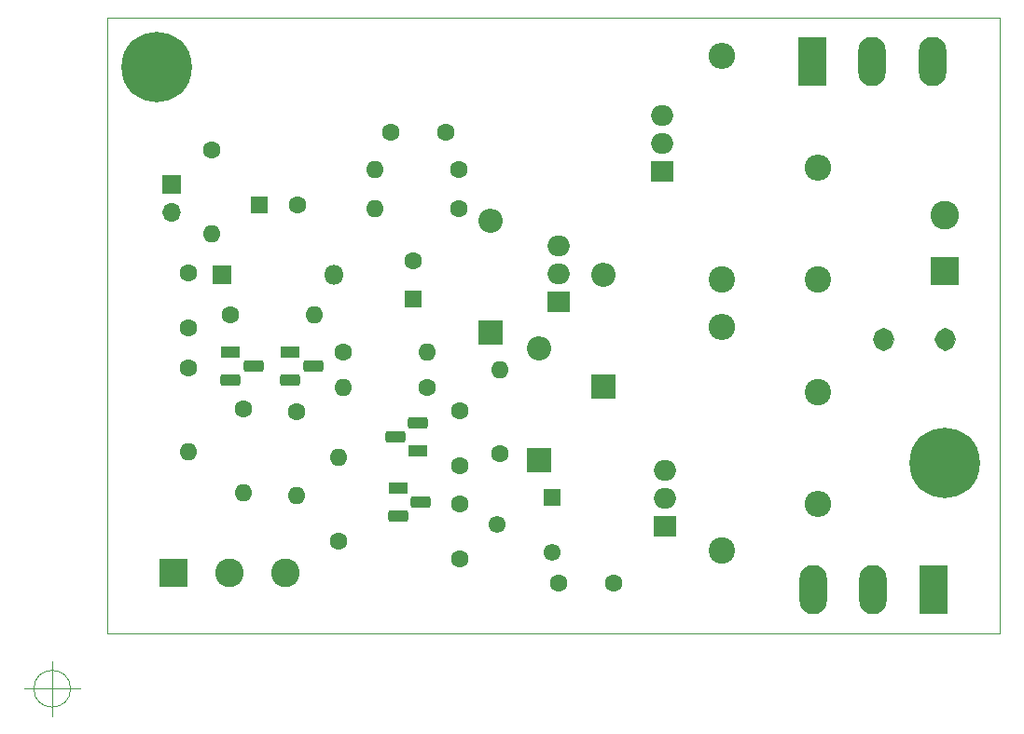
<source format=gbr>
%TF.GenerationSoftware,KiCad,Pcbnew,8.0.3-8.0.3-0~ubuntu22.04.1*%
%TF.CreationDate,2024-06-26T20:02:33-05:00*%
%TF.ProjectId,amplificador_200w,616d706c-6966-4696-9361-646f725f3230,v1.0.0*%
%TF.SameCoordinates,PX5cfbb60PY7d687e0*%
%TF.FileFunction,Soldermask,Bot*%
%TF.FilePolarity,Negative*%
%FSLAX46Y46*%
G04 Gerber Fmt 4.6, Leading zero omitted, Abs format (unit mm)*
G04 Created by KiCad (PCBNEW 8.0.3-8.0.3-0~ubuntu22.04.1) date 2024-06-26 20:02:33*
%MOMM*%
%LPD*%
G01*
G04 APERTURE LIST*
G04 Aperture macros list*
%AMRoundRect*
0 Rectangle with rounded corners*
0 $1 Rounding radius*
0 $2 $3 $4 $5 $6 $7 $8 $9 X,Y pos of 4 corners*
0 Add a 4 corners polygon primitive as box body*
4,1,4,$2,$3,$4,$5,$6,$7,$8,$9,$2,$3,0*
0 Add four circle primitives for the rounded corners*
1,1,$1+$1,$2,$3*
1,1,$1+$1,$4,$5*
1,1,$1+$1,$6,$7*
1,1,$1+$1,$8,$9*
0 Add four rect primitives between the rounded corners*
20,1,$1+$1,$2,$3,$4,$5,0*
20,1,$1+$1,$4,$5,$6,$7,0*
20,1,$1+$1,$6,$7,$8,$9,0*
20,1,$1+$1,$8,$9,$2,$3,0*%
G04 Aperture macros list end*
%ADD10C,0.100000*%
%ADD11C,1.600000*%
%ADD12R,1.600000X1.600000*%
%ADD13R,1.800000X1.800000*%
%ADD14O,1.800000X1.800000*%
%ADD15R,2.200000X2.200000*%
%ADD16O,2.200000X2.200000*%
%ADD17R,1.700000X1.700000*%
%ADD18O,1.700000X1.700000*%
%ADD19R,2.600000X2.600000*%
%ADD20C,2.600000*%
%ADD21R,1.800000X1.100000*%
%ADD22RoundRect,0.275000X-0.625000X0.275000X-0.625000X-0.275000X0.625000X-0.275000X0.625000X0.275000X0*%
%ADD23RoundRect,0.275000X0.625000X-0.275000X0.625000X0.275000X-0.625000X0.275000X-0.625000X-0.275000X0*%
%ADD24R,2.000000X1.905000*%
%ADD25O,2.000000X1.905000*%
%ADD26R,2.500000X4.500000*%
%ADD27O,2.500000X4.500000*%
%ADD28O,1.600000X1.600000*%
%ADD29C,2.400000*%
%ADD30O,2.400000X2.400000*%
%ADD31C,0.800000*%
%ADD32C,6.400000*%
%ADD33R,1.550000X1.550000*%
%ADD34C,1.550000*%
%TA.AperFunction,Profile*%
%ADD35C,0.050000*%
%TD*%
G04 APERTURE END LIST*
D10*
X76100000Y32500000D02*
X76400000Y31800000D01*
X76100000Y31100000D01*
X75400000Y30800000D01*
X74800000Y31100000D01*
X74500000Y31800000D01*
X74800000Y32500000D01*
X75400000Y32800000D01*
X76100000Y32500000D01*
G36*
X76100000Y32500000D02*
G01*
X76400000Y31800000D01*
X76100000Y31100000D01*
X75400000Y30800000D01*
X74800000Y31100000D01*
X74500000Y31800000D01*
X74800000Y32500000D01*
X75400000Y32800000D01*
X76100000Y32500000D01*
G37*
X81700000Y32500000D02*
X82000000Y31800000D01*
X81700000Y31100000D01*
X81000000Y30800000D01*
X80400000Y31100000D01*
X80100000Y31800000D01*
X80400000Y32500000D01*
X81000000Y32800000D01*
X81700000Y32500000D01*
G36*
X81700000Y32500000D02*
G01*
X82000000Y31800000D01*
X81700000Y31100000D01*
X81000000Y30800000D01*
X80400000Y31100000D01*
X80100000Y31800000D01*
X80400000Y32500000D01*
X81000000Y32800000D01*
X81700000Y32500000D01*
G37*
D11*
%TO.C,C1*%
X12400000Y32800000D03*
X12400000Y37800000D03*
%TD*%
D12*
%TO.C,C2*%
X18800000Y44000000D03*
D11*
X22300000Y44000000D03*
%TD*%
D12*
%TO.C,C3*%
X32800000Y35400000D03*
D11*
X32800000Y38900000D03*
%TD*%
%TO.C,C4*%
X37010000Y25270000D03*
X37010000Y20270000D03*
%TD*%
%TO.C,C6*%
X35700000Y50600000D03*
X30700000Y50600000D03*
%TD*%
%TO.C,C7*%
X46000000Y9600000D03*
X51000000Y9600000D03*
%TD*%
D13*
%TO.C,D1*%
X15400000Y37600000D03*
D14*
X25560000Y37600000D03*
%TD*%
D15*
%TO.C,D3*%
X50000000Y27500000D03*
D16*
X50000000Y37660000D03*
%TD*%
D15*
%TO.C,D4*%
X44200000Y20800000D03*
D16*
X44200000Y30960000D03*
%TD*%
D17*
%TO.C,J1*%
X10800000Y45800000D03*
D18*
X10800000Y43260000D03*
%TD*%
D19*
%TO.C,J2*%
X11000000Y10500000D03*
D20*
X16080000Y10500000D03*
X21160000Y10500000D03*
%TD*%
D19*
%TO.C,J3*%
X81000000Y38000000D03*
D20*
X81000000Y43080000D03*
%TD*%
D21*
%TO.C,Q1*%
X16200000Y30600000D03*
D22*
X18270000Y29330000D03*
X16200000Y28060000D03*
%TD*%
D21*
%TO.C,Q3*%
X33200000Y21600000D03*
D23*
X31130000Y22870000D03*
X33200000Y24140000D03*
%TD*%
D24*
%TO.C,Q5*%
X46000000Y35200000D03*
D25*
X46000000Y37740000D03*
X46000000Y40280000D03*
%TD*%
D24*
%TO.C,Q6*%
X55400000Y47000000D03*
D25*
X55400000Y49540000D03*
X55400000Y52080000D03*
%TD*%
D24*
%TO.C,Q7*%
X55600000Y14800000D03*
D25*
X55600000Y17340000D03*
X55600000Y19880000D03*
%TD*%
D26*
%TO.C,Q8*%
X69000000Y57000000D03*
D27*
X74450000Y57000000D03*
X79900000Y57000000D03*
%TD*%
D26*
%TO.C,Q9*%
X80000000Y9000000D03*
D27*
X74550000Y9000000D03*
X69100000Y9000000D03*
%TD*%
D11*
%TO.C,R2*%
X17400000Y25400000D03*
D28*
X17400000Y17780000D03*
%TD*%
D11*
%TO.C,R3*%
X14500000Y49000000D03*
D28*
X14500000Y41380000D03*
%TD*%
D11*
%TO.C,R4*%
X16200000Y34000000D03*
D28*
X23820000Y34000000D03*
%TD*%
D11*
%TO.C,R5*%
X22200000Y25200000D03*
D28*
X22200000Y17580000D03*
%TD*%
D11*
%TO.C,R6*%
X26400000Y30600000D03*
D28*
X34020000Y30600000D03*
%TD*%
D11*
%TO.C,R8*%
X36900000Y43600000D03*
D28*
X29280000Y43600000D03*
%TD*%
D11*
%TO.C,R9*%
X40600000Y21400000D03*
D28*
X40600000Y29020000D03*
%TD*%
D11*
%TO.C,R10*%
X26000000Y13400000D03*
D28*
X26000000Y21020000D03*
%TD*%
D11*
%TO.C,R11*%
X36900000Y47200000D03*
D28*
X29280000Y47200000D03*
%TD*%
D29*
%TO.C,R14*%
X60800000Y12600000D03*
D30*
X60800000Y32920000D03*
%TD*%
D29*
%TO.C,R15*%
X69500000Y37200000D03*
D30*
X69500000Y47360000D03*
%TD*%
D29*
%TO.C,R13*%
X60800000Y37200000D03*
D30*
X60800000Y57520000D03*
%TD*%
D21*
%TO.C,Q2*%
X21600000Y30600000D03*
D22*
X23670000Y29330000D03*
X21600000Y28060000D03*
%TD*%
D11*
%TO.C,C5*%
X36980000Y16820000D03*
X36980000Y11820000D03*
%TD*%
%TO.C,R7*%
X34000000Y27400000D03*
D28*
X26380000Y27400000D03*
%TD*%
D21*
%TO.C,Q4*%
X31400000Y18200000D03*
D22*
X33470000Y16930000D03*
X31400000Y15660000D03*
%TD*%
D29*
%TO.C,R16*%
X69500000Y27000000D03*
D30*
X69500000Y16840000D03*
%TD*%
D15*
%TO.C,D2*%
X39800000Y32400000D03*
D16*
X39800000Y42560000D03*
%TD*%
D11*
%TO.C,R1*%
X12400000Y29200000D03*
D28*
X12400000Y21580000D03*
%TD*%
D31*
%TO.C,H1*%
X9500000Y54100000D03*
X7802944Y54802944D03*
X11900000Y56500000D03*
X7802944Y58197056D03*
X9500000Y58900000D03*
X11197056Y58197056D03*
D32*
X9500000Y56500000D03*
D31*
X11197056Y54802944D03*
X7100000Y56500000D03*
%TD*%
%TO.C,H2*%
X83400000Y20500000D03*
X82697056Y18802944D03*
X82697056Y22197056D03*
X78600000Y20500000D03*
X81000000Y22900000D03*
D32*
X81000000Y20500000D03*
D31*
X81000000Y18100000D03*
X79302944Y22197056D03*
X79302944Y18802944D03*
%TD*%
D33*
%TO.C,RV1*%
X45400000Y17400000D03*
D34*
X40400000Y14900000D03*
X45400000Y12400000D03*
%TD*%
D11*
X75399996Y31800000D03*
X81000000Y31800000D03*
D35*
X86000000Y5000000D02*
X86000000Y61000000D01*
X5000000Y61000000D02*
X5000000Y5000000D01*
X5000000Y5000000D02*
X86000000Y5000000D01*
X86000000Y61000000D02*
X5000000Y61000000D01*
X1666666Y0D02*
G75*
G02*
X-1666666Y0I-1666666J0D01*
G01*
X-1666666Y0D02*
G75*
G02*
X1666666Y0I1666666J0D01*
G01*
X-2500000Y0D02*
X2500000Y0D01*
X0Y2500000D02*
X0Y-2500000D01*
M02*

</source>
